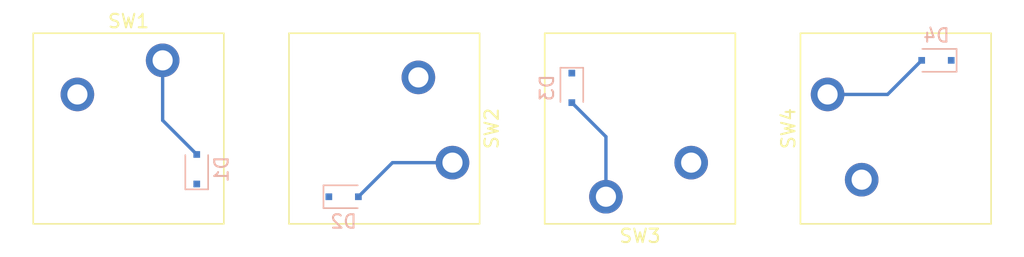
<source format=kicad_pcb>
(kicad_pcb (version 20211014) (generator pcbnew)
  (layers (0 "F.Cu" signal) (31 "B.Cu" signal) (34 "B.Paste" user) (35 "F.Paste" user) (36 "B.SilkS" user "B.Silkscreen") (37 "F.SilkS" user "F.Silkscreen") (38 "B.Mask" user) (39 "F.Mask" user) (44 "Edge.Cuts" user))
  (net 0 "")
  (net 1 "COL0")
  (net 2 "COL1")
  (net 3 "COL2")
  (net 4 "COL3")
  (net 5 "N$1")
  (net 6 "N$2")
  (net 7 "N$3")
  (net 8 "N$4")
  (net 9 "ROW0")
  (footprint "examples:SW_Cherry_MX_PCB_1.00u" (layer "F.Cu") (at 34.525 34.525)
    (fp_text reference "SW1" (at 0 -8) (layer "F.SilkS"))
    (fp_text value "SW_Push")
    (fp_line (start 7.1 -7.1) (end -7.1 -7.1) (layer "F.SilkS") (width 0.12))
    (fp_line (start 7.1 7.1) (end 7.1 -7.1) (layer "F.SilkS") (width 0.12))
    (fp_line (start -7.1 7.1) (end 7.1 7.1) (layer "F.SilkS") (width 0.12))
    (fp_line (start -7.1 -7.1) (end -7.1 7.1) (layer "F.SilkS") (width 0.12))
    (pad "" np_thru_hole circle locked (at 5.08 0) (size 1.75 1.75) (drill 1.75) (layers *.Cu *.Mask))
    (pad "" np_thru_hole circle locked (at -5.08 0) (size 1.75 1.75) (drill 1.75) (layers *.Cu *.Mask))
    (pad "" np_thru_hole circle locked (at 0 0) (size 4 4) (drill 4) (layers *.Cu *.Mask))
    (pad "1" thru_hole circle locked (at -3.81 -2.54) (size 2.5 2.5) (drill 1.5) (layers *.Cu "B.Mask") (net 1 "COL0"))
    (pad "2" thru_hole circle locked (at 2.54 -5.08) (size 2.5 2.5) (drill 1.5) (layers *.Cu "B.Mask") (net 5 "N$1"))
  )
  (footprint "examples:SW_Cherry_MX_PCB_1.00u" (layer "F.Cu") (at 53.575 34.525 -90)
    (fp_text reference "SW2" (at 0 -8 90) (layer "F.SilkS"))
    (fp_text value "SW_Push")
    (fp_line (start 7.1 7.1) (end 7.1 -7.1) (layer "F.SilkS") (width 0.12))
    (fp_line (start -7.1 -7.1) (end -7.1 7.1) (layer "F.SilkS") (width 0.12))
    (fp_line (start -7.1 7.1) (end 7.1 7.1) (layer "F.SilkS") (width 0.12))
    (fp_line (start 7.1 -7.1) (end -7.1 -7.1) (layer "F.SilkS") (width 0.12))
    (pad "" np_thru_hole circle locked (at -5.08 0 270) (size 1.75 1.75) (drill 1.75) (layers *.Cu *.Mask))
    (pad "" np_thru_hole circle locked (at 0 0 270) (size 4 4) (drill 4) (layers *.Cu *.Mask))
    (pad "" np_thru_hole circle locked (at 5.08 0 270) (size 1.75 1.75) (drill 1.75) (layers *.Cu *.Mask))
    (pad "1" thru_hole circle locked (at -3.81 -2.54 270) (size 2.5 2.5) (drill 1.5) (layers *.Cu "B.Mask") (net 2 "COL1"))
    (pad "2" thru_hole circle locked (at 2.54 -5.08 270) (size 2.5 2.5) (drill 1.5) (layers *.Cu "B.Mask") (net 6 "N$2"))
  )
  (footprint "examples:SW_Cherry_MX_PCB_1.00u" (layer "F.Cu") (at 72.625 34.525 180)
    (fp_text reference "SW3" (at 0 -8) (layer "F.SilkS"))
    (fp_text value "SW_Push")
    (fp_line (start -7.1 -7.1) (end -7.1 7.1) (layer "F.SilkS") (width 0.12))
    (fp_line (start 7.1 -7.1) (end -7.1 -7.1) (layer "F.SilkS") (width 0.12))
    (fp_line (start 7.1 7.1) (end 7.1 -7.1) (layer "F.SilkS") (width 0.12))
    (fp_line (start -7.1 7.1) (end 7.1 7.1) (layer "F.SilkS") (width 0.12))
    (pad "" np_thru_hole circle locked (at 0 0 180) (size 4 4) (drill 4) (layers *.Cu *.Mask))
    (pad "" np_thru_hole circle locked (at -5.08 0 180) (size 1.75 1.75) (drill 1.75) (layers *.Cu *.Mask))
    (pad "" np_thru_hole circle locked (at 5.08 0 180) (size 1.75 1.75) (drill 1.75) (layers *.Cu *.Mask))
    (pad "1" thru_hole circle locked (at -3.81 -2.54 180) (size 2.5 2.5) (drill 1.5) (layers *.Cu "B.Mask") (net 3 "COL2"))
    (pad "2" thru_hole circle locked (at 2.54 -5.08 180) (size 2.5 2.5) (drill 1.5) (layers *.Cu "B.Mask") (net 7 "N$3"))
  )
  (footprint "examples:SW_Cherry_MX_PCB_1.00u" (layer "F.Cu") (at 91.675 34.525 90)
    (fp_text reference "SW4" (at 0 -8 90) (layer "F.SilkS"))
    (fp_text value "SW_Push")
    (fp_line (start -7.1 -7.1) (end -7.1 7.1) (layer "F.SilkS") (width 0.12))
    (fp_line (start -7.1 7.1) (end 7.1 7.1) (layer "F.SilkS") (width 0.12))
    (fp_line (start 7.1 7.1) (end 7.1 -7.1) (layer "F.SilkS") (width 0.12))
    (fp_line (start 7.1 -7.1) (end -7.1 -7.1) (layer "F.SilkS") (width 0.12))
    (pad "" np_thru_hole circle locked (at 5.08 0 90) (size 1.75 1.75) (drill 1.75) (layers *.Cu *.Mask))
    (pad "" np_thru_hole circle locked (at -5.08 0 90) (size 1.75 1.75) (drill 1.75) (layers *.Cu *.Mask))
    (pad "" np_thru_hole circle locked (at 0 0 90) (size 4 4) (drill 4) (layers *.Cu *.Mask))
    (pad "1" thru_hole circle locked (at -3.81 -2.54 90) (size 2.5 2.5) (drill 1.5) (layers *.Cu "B.Mask") (net 4 "COL3"))
    (pad "2" thru_hole circle locked (at 2.54 -5.08 90) (size 2.5 2.5) (drill 1.5) (layers *.Cu "B.Mask") (net 8 "N$4"))
  )
  (footprint "Diode_SMD:D_SOD-323F" (layer "B.Cu") (at 39.605 37.555 90)
    (fp_text reference "D1" (at 0 1.85 270) (layer "B.SilkS") (effects (justify mirror)))
    (fp_text value "D")
    (fp_line (start -1.5 -0.85) (end 1.05 -0.85) (layer "B.SilkS") (width 0.12))
    (fp_line (start -1.5 0.85) (end 1.05 0.85) (layer "B.SilkS") (width 0.12))
    (fp_line (start -1.5 0.85) (end -1.5 -0.85) (layer "B.SilkS") (width 0.12))
    (pad "1" smd rect locked (at -1.1 0 90) (size 0.5 0.5) (layers "B.Cu" "B.Paste" "B.Mask") (net 9 "ROW0"))
    (pad "2" smd rect locked (at 1.1 0 90) (size 0.5 0.5) (layers "B.Cu" "B.Paste" "B.Mask") (net 5 "N$1"))
  )
  (footprint "Diode_SMD:D_SOD-323F" (layer "B.Cu") (at 50.545 39.605)
    (fp_text reference "D2" (at 0 1.85) (layer "B.SilkS") (effects (justify mirror)))
    (fp_text value "D")
    (fp_line (start -1.5 0.85) (end -1.5 -0.85) (layer "B.SilkS") (width 0.12))
    (fp_line (start -1.5 0.85) (end 1.05 0.85) (layer "B.SilkS") (width 0.12))
    (fp_line (start -1.5 -0.85) (end 1.05 -0.85) (layer "B.SilkS") (width 0.12))
    (pad "1" smd rect locked (at -1.1 0) (size 0.5 0.5) (layers "B.Cu" "B.Paste" "B.Mask") (net 9 "ROW0"))
    (pad "2" smd rect locked (at 1.1 0) (size 0.5 0.5) (layers "B.Cu" "B.Paste" "B.Mask") (net 6 "N$2"))
  )
  (footprint "Diode_SMD:D_SOD-323F" (layer "B.Cu") (at 67.545 31.495 -90)
    (fp_text reference "D3" (at 0 1.85 90) (layer "B.SilkS") (effects (justify mirror)))
    (fp_text value "D")
    (fp_line (start -1.5 0.85) (end -1.5 -0.85) (layer "B.SilkS") (width 0.12))
    (fp_line (start -1.5 0.85) (end 1.05 0.85) (layer "B.SilkS") (width 0.12))
    (fp_line (start -1.5 -0.85) (end 1.05 -0.85) (layer "B.SilkS") (width 0.12))
    (pad "1" smd rect locked (at -1.1 0 270) (size 0.5 0.5) (layers "B.Cu" "B.Paste" "B.Mask") (net 9 "ROW0"))
    (pad "2" smd rect locked (at 1.1 0 270) (size 0.5 0.5) (layers "B.Cu" "B.Paste" "B.Mask") (net 7 "N$3"))
  )
  (footprint "Diode_SMD:D_SOD-323F" (layer "B.Cu") (at 94.705 29.445 180)
    (fp_text reference "D4" (at 0 1.85) (layer "B.SilkS") (effects (justify mirror)))
    (fp_text value "D")
    (fp_line (start -1.5 -0.85) (end 1.05 -0.85) (layer "B.SilkS") (width 0.12))
    (fp_line (start -1.5 0.85) (end 1.05 0.85) (layer "B.SilkS") (width 0.12))
    (fp_line (start -1.5 0.85) (end -1.5 -0.85) (layer "B.SilkS") (width 0.12))
    (pad "1" smd rect locked (at -1.1 0 180) (size 0.5 0.5) (layers "B.Cu" "B.Paste" "B.Mask") (net 9 "ROW0"))
    (pad "2" smd rect locked (at 1.1 0 180) (size 0.5 0.5) (layers "B.Cu" "B.Paste" "B.Mask") (net 8 "N$4"))
  )
  (segment (start 37.065 33.915) (end 37.065 29.445) (width 0.25) (layer "B.Cu") (net 5))
  (segment (start 39.605 36.455) (end 37.065 33.915) (width 0.25) (layer "B.Cu") (net 5))
  (segment (start 54.185 37.065) (end 58.655 37.065) (width 0.25) (layer "B.Cu") (net 6))
  (segment (start 51.645 39.605) (end 54.185 37.065) (width 0.25) (layer "B.Cu") (net 6))
  (segment (start 70.085 35.134999) (end 70.085 39.605) (width 0.25) (layer "B.Cu") (net 7))
  (segment (start 67.545 32.595) (end 70.085 35.134999) (width 0.25) (layer "B.Cu") (net 7))
  (segment (start 91.065 31.984999) (end 86.595 31.985) (width 0.25) (layer "B.Cu") (net 8))
  (segment (start 93.605 29.445) (end 91.065 31.984999) (width 0.25) (layer "B.Cu") (net 8))
)
</source>
